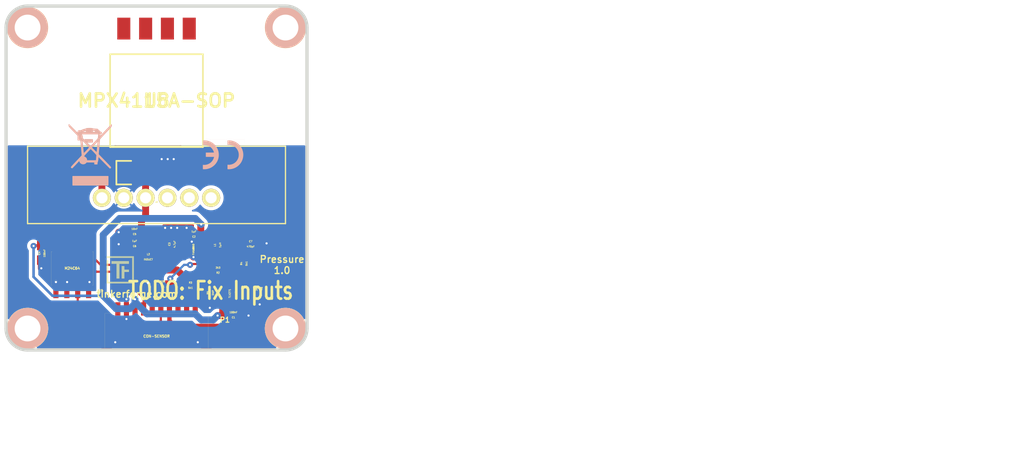
<source format=kicad_pcb>
(kicad_pcb (version 20221018) (generator pcbnew)
  (title_block (title "RGB LED Bricklet") (date "Mi 18 Nov 2015") (rev "1.0") (company "Tinkerforge GmbH") (comment 1 "Licensed under CERN OHL v.1.1") (comment 2 "Copyright (©) 2015, B.Nordmeyer <bastian@tinkerforge.com>"))
  (layers (0 "F.Cu" signal "Vorderseite") (31 "B.Cu" signal "Rückseite") (34 "B.Paste" user) (35 "F.Paste" user) (36 "B.SilkS" user "B.Silkscreen") (37 "F.SilkS" user "F.Silkscreen") (38 "B.Mask" user) (39 "F.Mask" user) (44 "Edge.Cuts" user))
  (net 0 "")
  (net 1 "GND")
  (net 2 "SCL")
  (net 3 "SDA")
  (net 4 "Net-(P1-Pad6)")
  (net 5 "Net-(P1-Pad7)")
  (net 6 "3V3")
  (net 7 "+5V")
  (net 8 "Net-(C5-Pad2)")
  (net 9 "Net-(C7-Pad2)")
  (net 10 "Net-(L1-Pad2)")
  (net 11 "Net-(P1-Pad8)")
  (net 12 "Net-(R2-Pad1)")
  (net 13 "Net-(R4-Pad2)")
  (footprint "kicad-libraries:0603E" (layer "F.Cu") (at 191 145.5)
    (fp_text reference "C1" (at 0.05 0.225) (layer "F.SilkS") (effects (font (size 0.2 0.2) (thickness 0.05))))
    (fp_text value "100nF" (at 0.05 -0.375) (layer "F.SilkS") (effects (font (size 0.2 0.2) (thickness 0.05))))
    (pad "1" smd rect (at -0.8501 0) (size 1.1 1) (layers "F.Cu" "F.Paste" "F.Mask") (net 6 "3V3"))
    (pad "2" smd rect (at 0.8501 0) (size 1.1 1) (layers "F.Cu" "F.Paste" "F.Mask") (net 1 "GND"))
  )
  (footprint "kicad-libraries:0603E" (layer "F.Cu") (at 186.4 136.1)
    (fp_text reference "C2" (at 0.05 0.225) (layer "F.SilkS") (effects (font (size 0.2 0.2) (thickness 0.05))))
    (fp_text value "1µF" (at 0.05 -0.375) (layer "F.SilkS") (effects (font (size 0.2 0.2) (thickness 0.05))))
    (pad "1" smd rect (at -0.8501 0) (size 1.1 1) (layers "F.Cu" "F.Paste" "F.Mask") (net 1 "GND"))
    (pad "2" smd rect (at 0.8501 0) (size 1.1 1) (layers "F.Cu" "F.Paste" "F.Mask") (net 6 "3V3"))
  )
  (footprint "kicad-libraries:0603E" (layer "F.Cu") (at 168.7 138.2 -90)
    (fp_text reference "C4" (at 0.05 0.225 270) (layer "F.SilkS") (effects (font (size 0.2 0.2) (thickness 0.05))))
    (fp_text value "100nF" (at 0.05 -0.375 270) (layer "F.SilkS") (effects (font (size 0.2 0.2) (thickness 0.05))))
    (pad "1" smd rect (at -0.8501 0 270) (size 1.1 1) (layers "F.Cu" "F.Paste" "F.Mask") (net 6 "3V3"))
    (pad "2" smd rect (at 0.8501 0 270) (size 1.1 1) (layers "F.Cu" "F.Paste" "F.Mask") (net 1 "GND"))
  )
  (footprint "kicad-libraries:CON-SENSOR" (layer "F.Cu") (at 182.1 149.5)
    (fp_text reference "P1" (at 7.9502 -3.50012) (layer "F.SilkS") (effects (font (size 0.59944 0.59944) (thickness 0.12446))))
    (fp_text value "CON-SENSOR" (at 0 -1.6002) (layer "F.SilkS") (effects (font (size 0.29972 0.29972) (thickness 0.07112))))
    (pad "1" smd rect (at -4.50088 -4.7752) (size 0.59944 1.5494) (layers "F.Cu" "F.Paste" "F.Mask"))
    (pad "2" smd rect (at -3.50012 -4.7752) (size 0.59944 1.5494) (layers "F.Cu" "F.Paste" "F.Mask") (net 1 "GND"))
    (pad "3" smd rect (at -2.49936 -4.7752) (size 0.59944 1.5494) (layers "F.Cu" "F.Paste" "F.Mask") (net 6 "3V3"))
    (pad "4" smd rect (at -1.50114 -4.7752) (size 0.59944 1.5494) (layers "F.Cu" "F.Paste" "F.Mask") (net 2 "SCL"))
    (pad "5" smd rect (at -0.50038 -4.7752) (size 0.59944 1.5494) (layers "F.Cu" "F.Paste" "F.Mask") (net 3 "SDA"))
    (pad "6" smd rect (at 0.50038 -4.7752) (size 0.59944 1.5494) (layers "F.Cu" "F.Paste" "F.Mask") (net 4 "Net-(P1-Pad6)"))
    (pad "7" smd rect (at 1.50114 -4.7752) (size 0.59944 1.5494) (layers "F.Cu" "F.Paste" "F.Mask") (net 5 "Net-(P1-Pad7)"))
    (pad "8" smd rect (at 2.49936 -4.7752) (size 0.59944 1.5494) (layers "F.Cu" "F.Paste" "F.Mask") (net 11 "Net-(P1-Pad8)"))
    (pad "9" smd rect (at 3.50012 -4.7752) (size 0.59944 1.5494) (layers "F.Cu" "F.Paste" "F.Mask"))
    (pad "10" smd rect (at 4.50088 -4.7752) (size 0.59944 1.5494) (layers "F.Cu" "F.Paste" "F.Mask"))
    (pad "EP" smd rect (at -5.79882 -0.89916) (size 1.19888 1.80086) (layers "F.Cu" "F.Paste" "F.Mask") (net 1 "GND"))
    (pad "EP" smd rect (at 5.79882 -0.89916) (size 1.19888 1.80086) (layers "F.Cu" "F.Paste" "F.Mask") (net 1 "GND"))
  )
  (footprint "kicad-libraries:0603E" (layer "F.Cu") (at 182.8 141.9)
    (fp_text reference "R1" (at 0.05 0.225) (layer "F.SilkS") (effects (font (size 0.2 0.2) (thickness 0.05))))
    (fp_text value "10k" (at 0.05 -0.375) (layer "F.SilkS") (effects (font (size 0.2 0.2) (thickness 0.05))))
    (pad "1" smd rect (at -0.8501 0) (size 1.1 1) (layers "F.Cu" "F.Paste" "F.Mask") (net 1 "GND"))
    (pad "2" smd rect (at 0.8501 0) (size 1.1 1) (layers "F.Cu" "F.Paste" "F.Mask") (net 11 "Net-(P1-Pad8)"))
  )
  (footprint "kicad-libraries:0603E" (layer "F.Cu") (at 189.2 140.3)
    (fp_text reference "R2" (at 0.05 0.225) (layer "F.SilkS") (effects (font (size 0.2 0.2) (thickness 0.05))))
    (fp_text value "3k3" (at 0.05 -0.375) (layer "F.SilkS") (effects (font (size 0.2 0.2) (thickness 0.05))))
    (pad "1" smd rect (at -0.8501 0) (size 1.1 1) (layers "F.Cu" "F.Paste" "F.Mask") (net 12 "Net-(R2-Pad1)"))
    (pad "2" smd rect (at 0.8501 0) (size 1.1 1) (layers "F.Cu" "F.Paste" "F.Mask") (net 5 "Net-(P1-Pad7)"))
  )
  (footprint "kicad-libraries:SOIC8" (layer "F.Cu") (at 172.3 140)
    (fp_text reference "U1" (at 3.29946 2.60096) (layer "F.SilkS") (effects (font (size 0.29972 0.29972) (thickness 0.0762))))
    (fp_text value "M24C64" (at 0 0) (layer "F.SilkS") (effects (font (size 0.29972 0.29972) (thickness 0.0762))))
    (pad "1" smd rect (at -1.90246 2.69748 180) (size 0.59944 1.5494) (layers "F.Cu" "F.Paste" "F.Mask") (net 1 "GND"))
    (pad "2" smd rect (at -0.63246 2.69748 180) (size 0.59944 1.5494) (layers "F.Cu" "F.Paste" "F.Mask") (net 1 "GND"))
    (pad "3" smd rect (at 0.63246 2.69748 180) (size 0.59944 1.5494) (layers "F.Cu" "F.Paste" "F.Mask") (net 4 "Net-(P1-Pad6)"))
    (pad "4" smd rect (at 1.90246 2.69748 180) (size 0.59944 1.5494) (layers "F.Cu" "F.Paste" "F.Mask") (net 1 "GND"))
    (pad "5" smd rect (at 1.90246 -2.69748) (size 0.59944 1.5494) (layers "F.Cu" "F.Paste" "F.Mask") (net 3 "SDA"))
    (pad "6" smd rect (at 0.63246 -2.69748) (size 0.59944 1.5494) (layers "F.Cu" "F.Paste" "F.Mask") (net 2 "SCL"))
    (pad "7" smd rect (at -0.63246 -2.69748) (size 0.59944 1.5494) (layers "F.Cu" "F.Paste" "F.Mask"))
    (pad "8" smd rect (at -1.90246 -2.69748) (size 0.59944 1.5494) (layers "F.Cu" "F.Paste" "F.Mask") (net 6 "3V3"))
  )
  (footprint "kicad-libraries:DRILL_NP" (layer "F.Cu") (at 167.1 112 -90)
    (fp_text reference "U2" hide)
    (fp_text value "DRILL" hide)
    (pad "" np_thru_hole circle (at 0 0 270) (size 2.99974 2.99974) (drill 2.99974) (layers "*.Cu" "*.Mask" "F.SilkS") (clearance 0.89916))
  )
  (footprint "kicad-libraries:DRILL_NP" (layer "F.Cu") (at 197.1 147 90)
    (fp_text reference "U3" hide)
    (fp_text value "DRILL" hide)
    (pad "" np_thru_hole circle (at 0 0 90) (size 2.99974 2.99974) (drill 2.99974) (layers "*.Cu" "*.Mask" "F.SilkS") (clearance 0.89916))
  )
  (footprint "kicad-libraries:DRILL_NP" (layer "F.Cu") (at 167.1 147 90)
    (fp_text reference "U4" hide)
    (fp_text value "DRILL" hide)
    (pad "" np_thru_hole circle (at 0 0 90) (size 2.99974 2.99974) (drill 2.99974) (layers "*.Cu" "*.Mask" "F.SilkS") (clearance 0.89916))
  )
  (footprint "kicad-libraries:DRILL_NP" (layer "F.Cu") (at 197.1 112)
    (fp_text reference "U5" hide)
    (fp_text value "DRILL" hide)
    (pad "" np_thru_hole circle (at 0 0) (size 2.99974 2.99974) (drill 2.99974) (layers "*.Cu" "*.Mask" "F.SilkS") (clearance 0.89916))
  )
  (footprint "kicad-libraries:0603E" (layer "F.Cu") (at 186.1 141.9 180)
    (fp_text reference "R3" (at 0.05 0.225 180) (layer "F.SilkS") (effects (font (size 0.2 0.2) (thickness 0.05))))
    (fp_text value "5k1" (at 0.05 -0.375 180) (layer "F.SilkS") (effects (font (size 0.2 0.2) (thickness 0.05))))
    (pad "1" smd rect (at -0.8501 0 180) (size 1.1 1) (layers "F.Cu" "F.Paste" "F.Mask") (net 12 "Net-(R2-Pad1)"))
    (pad "2" smd rect (at 0.8501 0 180) (size 1.1 1) (layers "F.Cu" "F.Paste" "F.Mask") (net 7 "+5V"))
  )
  (footprint "kicad-libraries:Logo_31x31" (layer "F.Cu") (at 176.3 138.6)
    (fp_text reference "G***" hide)
    (fp_text value "Logo_31x31" hide)
  )
  (footprint "kicad-libraries:0805E" (layer "F.Cu") (at 183.8 137.2 -90)
    (fp_text reference "C3" (at 0 0.2 270) (layer "F.SilkS") (effects (font (size 0.2 0.2) (thickness 0.05))))
    (fp_text value "4.7µF" (at 0 -0.4 270) (layer "F.SilkS") (effects (font (size 0.2 0.2) (thickness 0.05))))
    (pad "1" smd rect (at -0.95 0 270) (size 1.3 1.5) (layers "F.Cu" "F.Paste" "F.Mask") (net 1 "GND"))
    (pad "2" smd rect (at 0.95 0 270) (size 1.3 1.5) (layers "F.Cu" "F.Paste" "F.Mask") (net 7 "+5V"))
  )
  (footprint "kicad-libraries:0603E" (layer "F.Cu") (at 179.5 135.8)
    (fp_text reference "C5" (at 0.05 0.225) (layer "F.SilkS") (effects (font (size 0.2 0.2) (thickness 0.05))))
    (fp_text value "10nF" (at 0.05 -0.375) (layer "F.SilkS") (effects (font (size 0.2 0.2) (thickness 0.05))))
    (pad "1" smd rect (at -0.8501 0) (size 1.1 1) (layers "F.Cu" "F.Paste" "F.Mask") (net 1 "GND"))
    (pad "2" smd rect (at 0.8501 0) (size 1.1 1) (layers "F.Cu" "F.Paste" "F.Mask") (net 8 "Net-(C5-Pad2)"))
  )
  (footprint "kicad-libraries:0603E" (layer "F.Cu") (at 179.5 137.2)
    (fp_text reference "C6" (at 0.05 0.225) (layer "F.SilkS") (effects (font (size 0.2 0.2) (thickness 0.05))))
    (fp_text value "1µF" (at 0.05 -0.375) (layer "F.SilkS") (effects (font (size 0.2 0.2) (thickness 0.05))))
    (pad "1" smd rect (at -0.8501 0) (size 1.1 1) (layers "F.Cu" "F.Paste" "F.Mask") (net 1 "GND"))
    (pad "2" smd rect (at 0.8501 0) (size 1.1 1) (layers "F.Cu" "F.Paste" "F.Mask") (net 8 "Net-(C5-Pad2)"))
  )
  (footprint "kicad-libraries:0603E" (layer "F.Cu") (at 193.1 137.1 180)
    (fp_text reference "C7" (at 0.05 0.225 180) (layer "F.SilkS") (effects (font (size 0.2 0.2) (thickness 0.05))))
    (fp_text value "470pF" (at 0.05 -0.375 180) (layer "F.SilkS") (effects (font (size 0.2 0.2) (thickness 0.05))))
    (pad "1" smd rect (at -0.8501 0 180) (size 1.1 1) (layers "F.Cu" "F.Paste" "F.Mask") (net 1 "GND"))
    (pad "2" smd rect (at 0.8501 0 180) (size 1.1 1) (layers "F.Cu" "F.Paste" "F.Mask") (net 9 "Net-(C7-Pad2)"))
  )
  (footprint "kicad-libraries:0805E" (layer "F.Cu") (at 189.1 137.3 -90)
    (fp_text reference "L1" (at 0 0.2 270) (layer "F.SilkS") (effects (font (size 0.2 0.2) (thickness 0.05))))
    (fp_text value "1µH" (at 0 -0.4 270) (layer "F.SilkS") (effects (font (size 0.2 0.2) (thickness 0.05))))
    (pad "1" smd rect (at -0.95 0 270) (size 1.3 1.5) (layers "F.Cu" "F.Paste" "F.Mask") (net 6 "3V3") (clearance 0.14986))
    (pad "2" smd rect (at 0.95 0 270) (size 1.3 1.5) (layers "F.Cu" "F.Paste" "F.Mask") (net 10 "Net-(L1-Pad2)") (clearance 0.14986))
  )
  (footprint "kicad-libraries:0603E" (layer "F.Cu") (at 181.2 138.6 180)
    (fp_text reference "L2" (at 0.05 0.225 180) (layer "F.SilkS") (effects (font (size 0.2 0.2) (thickness 0.05))))
    (fp_text value "INDUCT" (at 0.05 -0.375 180) (layer "F.SilkS") (effects (font (size 0.2 0.2) (thickness 0.05))))
    (pad "1" smd rect (at -0.8501 0 180) (size 1.1 1) (layers "F.Cu" "F.Paste" "F.Mask") (net 7 "+5V"))
    (pad "2" smd rect (at 0.8501 0 180) (size 1.1 1) (layers "F.Cu" "F.Paste" "F.Mask") (net 8 "Net-(C5-Pad2)"))
  )
  (footprint "kicad-libraries:0603E" (layer "F.Cu") (at 192.2 139.4 -90)
    (fp_text reference "R4" (at 0.05 0.225 270) (layer "F.SilkS") (effects (font (size 0.2 0.2) (thickness 0.05))))
    (fp_text value "5k1" (at 0.05 -0.375 270) (layer "F.SilkS") (effects (font (size 0.2 0.2) (thickness 0.05))))
    (pad "1" smd rect (at -0.8501 0 270) (size 1.1 1) (layers "F.Cu" "F.Paste" "F.Mask") (net 9 "Net-(C7-Pad2)"))
    (pad "2" smd rect (at 0.8501 0 270) (size 1.1 1) (layers "F.Cu" "F.Paste" "F.Mask") (net 13 "Net-(R4-Pad2)"))
  )
  (footprint "kicad-libraries:0603E" (layer "F.Cu") (at 188.3 142.8 -90)
    (fp_text reference "R5" (at 0.05 0.225 270) (layer "F.SilkS") (effects (font (size 0.2 0.2) (thickness 0.05))))
    (fp_text value "DNP" (at 0.05 -0.375 270) (layer "F.SilkS") (effects (font (size 0.2 0.2) (thickness 0.05))))
    (pad "1" smd rect (at -0.8501 0 270) (size 1.1 1) (layers "F.Cu" "F.Paste" "F.Mask") (net 12 "Net-(R2-Pad1)"))
    (pad "2" smd rect (at 0.8501 0 270) (size 1.1 1) (layers "F.Cu" "F.Paste" "F.Mask") (net 1 "GND"))
  )
  (footprint "kicad-libraries:0603E" (layer "F.Cu") (at 194.1 142.4 90)
    (fp_text reference "R6" (at 0.05 0.225 90) (layer "F.SilkS") (effects (font (size 0.2 0.2) (thickness 0.05))))
    (fp_text value "3k3" (at 0.05 -0.375 90) (layer "F.SilkS") (effects (font (size 0.2 0.2) (thickness 0.05))))
    (pad "1" smd rect (at -0.8501 0 90) (size 1.1 1) (layers "F.Cu" "F.Paste" "F.Mask") (net 1 "GND"))
    (pad "2" smd rect (at 0.8501 0 90) (size 1.1 1) (layers "F.Cu" "F.Paste" "F.Mask") (net 13 "Net-(R4-Pad2)"))
  )
  (footprint "kicad-libraries:UMLP_22" (layer "F.Cu") (at 186.4 137.8 90)
    (fp_text reference "U6" (at 0 0 90) (layer "F.SilkS") (effects (font (size 0.2 0.2) (thickness 0.05))))
    (fp_text value "FAN4860" (at 0 0 90) (layer "F.SilkS") (effects (font (size 0.2 0.2) (thickness 0.05))))
    (pad "1" smd rect (at 0.65 -1.05 90) (size 0.25 0.8) (layers "F.Cu" "F.Paste" "F.Mask") (net 1 "GND"))
    (pad "2" smd rect (at 0 -1.05 90) (size 0.25 0.8) (layers "F.Cu" "F.Paste" "F.Mask") (net 7 "+5V"))
    (pad "3" smd rect (at -0.65 -1.05 90) (size 0.25 0.8) (layers "F.Cu" "F.Paste" "F.Mask") (net 7 "+5V"))
    (pad "4" smd rect (at -0.65 1.05 90) (size 0.25 0.8) (layers "F.Cu" "F.Paste" "F.Mask") (net 11 "Net-(P1-Pad8)"))
    (pad "5" smd rect (at 0 1.05 90) (size 0.25 0.8) (layers "F.Cu" "F.Paste" "F.Mask") (net 10 "Net-(L1-Pad2)"))
    (pad "6" smd rect (at 0.65 1.05 90) (size 0.25 0.8) (layers "F.Cu" "F.Paste" "F.Mask") (net 6 "3V3"))
    (pad "EP" smd rect (at 0 0 90) (size 1.45 0.8) (layers "F.Cu" "F.Paste" "F.Mask") (net 1 "GND"))
  )
  (footprint "kicad-libraries:SOT23-5" (layer "F.Cu") (at 191 142.9 90)
    (fp_text reference "U7" (at 0 0.35052 90) (layer "F.SilkS") (effects (font (size 0.2 0.2) (thickness 0.05))))
    (fp_text value "TLV271" (at -0.03 -0.38 90) (layer "F.SilkS") (effects (font (size 0.2 0.2) (thickness 0.05))))
    (pad "1" smd rect (at -0.94996 1.19888 90) (size 0.50038 0.8001) (layers "F.Cu" "F.Paste" "F.Mask") (net 5 "Net-(P1-Pad7)"))
    (pad "2" smd rect (at 0 1.19888 90) (size 0.50038 0.8001) (layers "F.Cu" "F.Paste" "F.Mask") (net 1 "GND"))
    (pad "3" smd rect (at 0.94996 1.19888 90) (size 0.50038 0.8001) (layers "F.Cu" "F.Paste" "F.Mask") (net 13 "Net-(R4-Pad2)"))
    (pad "4" smd rect (at 0.94996 -1.19888 90) (size 0.50038 0.8001) (layers "F.Cu" "F.Paste" "F.Mask") (net 12 "Net-(R2-Pad1)"))
    (pad "5" smd rect (at -0.94996 -1.19888 90) (size 0.50038 0.8001) (layers "F.Cu" "F.Paste" "F.Mask") (net 6 "3V3"))
  )
  (footprint "kicad-libraries:SOP8" (layer "F.Cu") (at 182.1 120.5)
    (fp_text reference "U8" (at 0 0) (layer "F.SilkS") (effects (font (size 1.524 1.524) (thickness 0.3048))))
    (fp_text value "MPX4115A-SOP" (at 0 0) (layer "F.SilkS") (effects (font (size 1.524 1.524) (thickness 0.3048))))
    (pad "1" smd rect (at -3.80746 8.37946 180) (size 1.51892 2.53746) (layers "F.Cu" "F.Paste" "F.Mask"))
    (pad "2" smd rect (at -1.26746 8.37946 180) (size 1.51892 2.53746) (layers "F.Cu" "F.Paste" "F.Mask") (net 8 "Net-(C5-Pad2)"))
    (pad "3" smd rect (at 1.26746 8.37946 180) (size 1.51892 2.53746) (layers "F.Cu" "F.Paste" "F.Mask") (net 1 "GND"))
    (pad "4" smd rect (at 3.80746 8.37946 180) (size 1.51892 2.53746) (layers "F.Cu" "F.Paste" "F.Mask") (net 9 "Net-(C7-Pad2)"))
    (pad "5" smd rect (at 3.80746 -8.37946) (size 1.51892 2.53746) (layers "F.Cu" "F.Paste" "F.Mask"))
    (pad "6" smd rect (at 1.26746 -8.37946) (size 1.51892 2.53746) (layers "F.Cu" "F.Paste" "F.Mask"))
    (pad "7" smd rect (at -1.26746 -8.37946) (size 1.51892 2.53746) (layers "F.Cu" "F.Paste" "F.Mask"))
    (pad "8" smd rect (at -3.80746 -8.37946) (size 1.51892 2.53746) (layers "F.Cu" "F.Paste" "F.Mask"))
  )
  (footprint "kicad-libraries:MPX_UNI" (layer "F.Cu") (at 182.1 131.8)
    (fp_text reference "U9" (at 0 0.5) (layer "F.SilkS") (effects (font (size 0.15 0.15) (thickness 0.0375))))
    (fp_text value "MPX_UNI")
    (pad "1" thru_hole circle (at -6.35 0) (size 2.1 2.1) (drill 1.3) (layers "*.Cu" "*.Mask" "F.SilkS") (net 9 "Net-(C7-Pad2)"))
    (pad "2" thru_hole circle (at -3.81 0) (size 2.1 2.1) (drill 1.3) (layers "*.Cu" "*.Mask" "F.SilkS") (net 1 "GND"))
    (pad "3" thru_hole circle (at -1.27 0) (size 2.1 2.1) (drill 1.3) (layers "*.Cu" "*.Mask" "F.SilkS") (net 8 "Net-(C5-Pad2)"))
    (pad "4" thru_hole circle (at 1.27 0) (size 2.1 2.1) (drill 1.3) (layers "*.Cu" "*.Mask" "F.SilkS"))
    (pad "5" thru_hole circle (at 3.81 0) (size 2.1 2.1) (drill 1.3) (layers "*.Cu" "*.Mask" "F.SilkS"))
    (pad "6" thru_hole circle (at 6.35 0) (size 2.1 2.1) (drill 1.3) (layers "*.Cu" "*.Mask" "F.SilkS"))
  )
  (footprint "kicad-libraries:WEEE_7mm" (layer "B.Cu") (at 174.4 126.8 180)
    (fp_text reference "G***" hide)
    (fp_text value "LOGO" hide)
  )
  (footprint "kicad-libraries:CE_5mm" (layer "B.Cu") (at 189.8 126.8 180)
    (fp_text reference "VAL" hide)
    (fp_text value "CE_5mm" hide)
  )
  (gr_line (start 199.6 147) (end 199.6 112) (stroke (width 0.381)) (layer "Edge.Cuts"))
  (gr_arc (start 167.1 149.5) (mid 165.332233 148.767767) (end 164.6 147) (stroke (width 0.381)) (layer "Edge.Cuts"))
  (gr_arc (start 164.6 112) (mid 165.332233 110.232233) (end 167.1 109.5) (stroke (width 0.381)) (layer "Edge.Cuts"))
  (gr_arc (start 197.1 109.5) (mid 198.867767 110.232233) (end 199.6 112) (stroke (width 0.381)) (layer "Edge.Cuts"))
  (gr_line (start 167.1 149.5) (end 197.1 149.5) (stroke (width 0.381)) (layer "Edge.Cuts"))
  (gr_line (start 197.1 109.5) (end 167.1 109.5) (stroke (width 0.381)) (layer "Edge.Cuts"))
  (gr_line (start 164.6 112) (end 164.6 147) (stroke (width 0.381)) (layer "Edge.Cuts"))
  (gr_arc (start 199.6 147) (mid 198.867767 148.767767) (end 197.1 149.5) (stroke (width 0.381)) (layer "Edge.Cuts"))
  (gr_text "Pressure\n1.0" (at 196.7 139.6) (layer "F.SilkS") (effects (font (size 0.8001 0.8001) (thickness 0.14986))))
  (gr_text "tinkerforge.com" (at 179.8 143) (layer "F.SilkS") (effects (font (size 0.8001 0.8001) (thickness 0.14986))))
  (gr_text "TODO: Fix Inputs" (at 188.4 142.6) (layer "F.SilkS") (effects (font (size 2.032 1.524) (thickness 0.3048))))
  (segment (start 193 142.9) (end 193.3 142.9) (width 0.5) (layer "F.Cu") (net 1))
  (segment (start 193.7499 142.9) (end 194.1 143.2501) (width 0.8001) (layer "F.Cu") (net 1))
  (segment (start 183.36746 127.33254) (end 183.4 127.3) (width 0.8001) (layer "F.Cu") (net 1))
  (segment (start 193.2 142.9) (end 193.7499 142.9) (width 0.8001) (layer "F.Cu") (net 1))
  (segment (start 178.59988 145.89988) (end 178.6 145.9) (width 0.5) (layer "F.Cu") (net 1))
  (segment (start 178.59988 143.60012) (end 178.6 143.6) (width 0.5) (layer "F.Cu") (net 1))
  (segment (start 170.39754 141.60246) (end 170.4 141.6) (width 0.5) (layer "F.Cu") (net 1))
  (segment (start 171.66754 141.63246) (end 171.7 141.6) (width 0.5) (layer "F.Cu") (net 1))
  (segment (start 174.20246 141.69754) (end 174.3 141.6) (width 0.5) (layer "F.Cu") (net 1))
  (segment (start 181.3 141.9) (end 181.1 141.7) (width 0.8001) (layer "F.Cu") (net 1))
  (segment (start 183.1 135.3) (end 183.8 136) (width 0.8001) (layer "F.Cu") (net 1))
  (segment (start 185.5499 135.3501) (end 185.6 135.3) (width 0.8001) (layer "F.Cu") (net 1))
  (segment (start 186.4 137.1) (end 186.2 136.9) (width 0.8001) (layer "F.Cu") (net 1))
  (segment (start 177.29916 148.60084) (end 177.3 148.6) (width 0.8001) (layer "F.Cu") (net 1))
  (segment (start 186.90084 148.60084) (end 186.9 148.6) (width 0.8001) (layer "F.Cu") (net 1))
  (segment (start 170.39754 142.69748) (end 170.39754 141.60246) (width 0.5) (layer "F.Cu") (net 1))
  (segment (start 178.59988 144.7248) (end 178.59988 143.60012) (width 0.5) (layer "F.Cu") (net 1))
  (segment (start 181.9499 141.9) (end 181.3 141.9) (width 0.8001) (layer "F.Cu") (net 1))
  (segment (start 174.20246 142.69748) (end 174.20246 141.69754) (width 0.5) (layer "F.Cu") (net 1))
  (segment (start 171.66754 142.69748) (end 171.66754 141.63246) (width 0.5) (layer "F.Cu") (net 1))
  (segment (start 183.8 136.25) (end 183.8 136) (width 0.8001) (layer "F.Cu") (net 1))
  (segment (start 183.8 135.3) (end 183.1 135.3) (width 0.8001) (layer "F.Cu") (net 1))
  (segment (start 178.59988 144.7248) (end 178.59988 145.89988) (width 0.5) (layer "F.Cu") (net 1))
  (segment (start 168.7 139.0501) (end 168.7 140) (width 0.8001) (layer "F.Cu") (net 1))
  (segment (start 191.8501 145.5) (end 192.8 145.5) (width 0.8001) (layer "F.Cu") (net 1))
  (segment (start 183.8 135.3) (end 183.8 136.25) (width 0.8001) (layer "F.Cu") (net 1))
  (segment (start 188.3 143.6501) (end 188.3 144.6) (width 0.8001) (layer "F.Cu") (net 1))
  (segment (start 192.19888 142.9) (end 192.8 142.9) (width 0.45) (layer "F.Cu") (net 1))
  (segment (start 183.36746 127.33254) (end 183.36746 128.87946) (width 0.8001) (layer "F.Cu") (net 1))
  (segment (start 183.4 127.3) (end 182.7 127.3) (width 0.8001) (layer "F.Cu") (net 1))
  (segment (start 192.19888 142.9) (end 193 142.9) (width 0.5) (layer "F.Cu") (net 1))
  (segment (start 176.30118 148.60084) (end 177.29916 148.60084) (width 0.8001) (layer "F.Cu") (net 1))
  (segment (start 184.5 135.3) (end 183.8 135.3) (width 0.8001) (layer "F.Cu") (net 1))
  (segment (start 194.1 143.2501) (end 194.1 144.2) (width 0.8001) (layer "F.Cu") (net 1))
  (segment (start 186.4 137.8) (end 186.4 138.7) (width 0.8001) (layer "F.Cu") (net 1))
  (segment (start 184.1 127.3) (end 183.4 127.3) (width 0.8001) (layer "F.Cu") (net 1))
  (segment (start 187.89882 148.60084) (end 186.90084 148.60084) (width 0.8001) (layer "F.Cu") (net 1))
  (segment (start 186.4 137.8) (end 186.4 137.1) (width 0.8001) (layer "F.Cu") (net 1))
  (segment (start 178.6499 137.2) (end 177.7 137.2) (width 0.8001) (layer "F.Cu") (net 1))
  (segment (start 193.2 142.9) (end 193 142.9) (width 0.8001) (layer "F.Cu") (net 1))
  (segment (start 185.5499 136.1) (end 185.5499 135.3501) (width 0.8001) (layer "F.Cu") (net 1))
  (segment (start 178.6499 135.8) (end 177.7 135.8) (width 0.8001) (layer "F.Cu") (net 1))
  (segment (start 193.9501 137.1) (end 194.9 137.1) (width 0.8001) (layer "F.Cu") (net 1))
  (via (at 194.9 137.1) (size 0.70104) (drill 0.24892) (layers "F.Cu" "B.Cu") (net 1))
  (via (at 185.6 135.3) (size 0.70104) (drill 0.24892) (layers "F.Cu" "B.Cu") (net 1))
  (via (at 177.7 135.8) (size 0.70104) (drill 0.24892) (layers "F.Cu" "B.Cu") (net 1))
  (via (at 184.1 127.3) (size 0.70104) (drill 0.24892) (layers "F.Cu" "B.Cu") (net 1))
  (via (at 181.1 141.7) (size 0.70104) (drill 0.24892) (layers "F.Cu" "B.Cu") (net 1))
  (via (at 186.9 148.6) (size 0.70104) (drill 0.24892) (layers "F.Cu" "B.Cu") (net 1))
  (via (at 178.6 143.6) (size 0.70104) (drill 0.24892) (layers "F.Cu" "B.Cu") (net 1))
  (via (at 188.3 144.6) (size 0.70104) (drill 0.24892) (layers "F.Cu" "B.Cu") (net 1))
  (via (at 177.3 148.6) (size 0.70104) (drill 0.24892) (layers "F.Cu" "B.Cu") (net 1))
  (via (at 183.1 135.3) (size 0.70104) (drill 0.24892) (layers "F.Cu" "B.Cu") (net 1))
  (via (at 177.7 137.2) (size 0.70104) (drill 0.24892) (layers "F.Cu" "B.Cu") (net 1))
  (via (at 184.5 135.3) (size 0.70104) (drill 0.24892) (layers "F.Cu" "B.Cu") (net 1))
  (via (at 194.1 144.2) (size 0.70104) (drill 0.24892) (layers "F.Cu" "B.Cu") (net 1))
  (via (at 171.7 141.6) (size 0.70104) (drill 0.24892) (layers "F.Cu" "B.Cu") (net 1))
  (via (at 192.8 145.5) (size 0.70104) (drill 0.24892) (layers "F.Cu" "B.Cu") (net 1))
  (via (at 178.6 145.9) (size 0.70104) (drill 0.24892) (layers "F.Cu" "B.Cu") (net 1))
  (via (at 183.4 127.3) (size 0.70104) (drill 0.24892) (layers "F.Cu" "B.Cu") (net 1))
  (via (at 170.4 141.6) (size 0.70104) (drill 0.24892) (layers "F.Cu" "B.Cu") (net 1))
  (via (at 174.3 141.6) (size 0.70104) (drill 0.24892) (layers "F.Cu" "B.Cu") (net 1))
  (via (at 186.2 136.9) (size 0.70104) (drill 0.24892) (layers "F.Cu" "B.Cu") (net 1))
  (via (at 186.4 138.7) (size 0.70104) (drill 0.24892) (layers "F.Cu" "B.Cu") (net 1))
  (via (at 168.7 140) (size 0.70104) (drill 0.24892) (layers "F.Cu" "B.Cu") (net 1))
  (via (at 182.7 127.3) (size 0.70104) (drill 0.24892) (layers "F.Cu" "B.Cu") (net 1))
  (via (at 183.8 135.3) (size 0.70104) (drill 0.24892) (layers "F.Cu" "B.Cu") (net 1))
  (segment (start 180.59886 143.49886) (end 177.5 140.4) (width 0.25) (layer "F.Cu") (net 2))
  (segment (start 177.5 140.4) (end 175.1 140.4) (width 0.25) (layer "F.Cu") (net 2))
  (segment (start 175.1 140.4) (end 172.93246 138.23246) (width 0.25) (layer "F.Cu") (net 2))
  (segment (start 172.93246 138.23246) (end 172.93246 137.30252) (width 0.25) (layer "F.Cu") (net 2))
  (segment (start 180.59886 144.7248) (end 180.59886 143.49886) (width 0.25) (layer "F.Cu") (net 2))
  (segment (start 174.20246 138.20246) (end 175.6 139.6) (width 0.25) (layer "F.Cu") (net 3))
  (segment (start 175.6 139.6) (end 177.8 139.6) (width 0.25) (layer "F.Cu") (net 3))
  (segment (start 177.8 139.6) (end 181.59962 143.39962) (width 0.25) (layer "F.Cu") (net 3))
  (segment (start 181.59962 143.39962) (end 181.59962 144.7248) (width 0.25) (layer "F.Cu") (net 3))
  (segment (start 174.20246 137.30252) (end 174.20246 138.20246) (width 0.25) (layer "F.Cu") (net 3))
  (segment (start 182.60038 146.09962) (end 182 146.7) (width 0.25) (layer "F.Cu") (net 4))
  (segment (start 182 146.7) (end 175.2 146.7) (width 0.25) (layer "F.Cu") (net 4))
  (segment (start 175.2 146.7) (end 172.93246 144.43246) (width 0.25) (layer "F.Cu") (net 4))
  (segment (start 172.93246 144.43246) (end 172.93246 142.69748) (width 0.25) (layer "F.Cu") (net 4))
  (segment (start 182.60038 144.7248) (end 182.60038 146.09962) (width 0.25) (layer "F.Cu") (net 4))
  (segment (start 190.7 140.3) (end 191 140.6) (width 0.8001) (layer "F.Cu") (net 5))
  (segment (start 191 140.6) (end 191 143.3) (width 0.8001) (layer "F.Cu") (net 5))
  (segment (start 191 143.3) (end 191.5 143.8) (width 0.8001) (layer "F.Cu") (net 5))
  (segment (start 191.54996 143.84996) (end 191.5 143.8) (width 0.45) (layer "F.Cu") (net 5))
  (segment (start 183.60114 146.10114) (end 184.2 146.7) (width 0.5) (layer "F.Cu") (net 5))
  (segment (start 184.2 146.7) (end 193.3 146.7) (width 0.5) (layer "F.Cu") (net 5))
  (segment (start 193.3 146.7) (end 193.9 146.1) (width 0.5) (layer "F.Cu") (net 5))
  (segment (start 193.9 146.1) (end 193.9 145.3) (width 0.5) (layer "F.Cu") (net 5))
  (segment (start 193.9 145.3) (end 193 144.4) (width 0.5) (layer "F.Cu") (net 5))
  (segment (start 193 144.4) (end 193 144.2) (width 0.5) (layer "F.Cu") (net 5))
  (segment (start 193 144.2) (end 192.64996 143.84996) (width 0.5) (layer "F.Cu") (net 5))
  (segment (start 192.64996 143.84996) (end 192.19888 143.84996) (width 0.5) (layer "F.Cu") (net 5))
  (segment (start 192.19888 143.84996) (end 191.54996 143.84996) (width 0.45) (layer "F.Cu") (net 5))
  (segment (start 183.60114 144.7248) (end 183.60114 146.10114) (width 0.5) (layer "F.Cu") (net 5))
  (segment (start 190.7 140.3) (end 190.0501 140.3) (width 0.8001) (layer "F.Cu") (net 5))
  (segment (start 189.80112 144.40112) (end 189.9 144.5) (width 0.25) (layer "F.Cu") (net 6))
  (segment (start 189.80112 144.2) (end 189.80112 144.40112) (width 0.25) (layer "F.Cu") (net 6))
  (segment (start 189.80112 145.15122) (end 190.1499 145.5) (width 0.8001) (layer "F.Cu") (net 6))
  (segment (start 179.60064 143.60064) (end 179.6 143.6) (width 0.5) (layer "F.Cu") (net 6))
  (segment (start 187.2501 134.9499) (end 187.3 134.9) (width 0.8001) (layer "F.Cu") (net 6))
  (segment (start 167.8 137.4) (end 167.8501 137.3499) (width 0.29972) (layer "F.Cu") (net 6))
  (segment (start 167.8501 137.3499) (end 168.7 137.3499) (width 0.29972) (layer "F.Cu") (net 6))
  (segment (start 170.35016 137.3499) (end 170.39754 137.30252) (width 0.29972) (layer "F.Cu") (net 6))
  (segment (start 187.2501 134.9499) (end 187.2501 136.1) (width 0.8001) (layer "F.Cu") (net 6))
  (segment (start 168.7 137.3499) (end 170.35016 137.3499) (width 0.29972) (layer "F.Cu") (net 6))
  (segment (start 189.2 145.5) (end 190.1499 145.5) (width 0.8001) (layer "F.Cu") (net 6))
  (segment (start 189.80112 144.2) (end 189.80112 145.15122) (width 0.8001) (layer "F.Cu") (net 6))
  (segment (start 189.80112 143.84996) (end 189.80112 144.2) (width 0.25) (layer "F.Cu") (net 6))
  (segment (start 179.60064 144.7248) (end 179.60064 143.60064) (width 0.5) (layer "F.Cu") (net 6))
  (via (at 189.2 145.5) (size 0.70104) (drill 0.24892) (layers "F.Cu" "B.Cu") (net 6))
  (via (at 187.3 134.9) (size 0.70104) (drill 0.24892) (layers "F.Cu" "B.Cu") (net 6))
  (via (at 179.6 143.6) (size 0.70104) (drill 0.24892) (layers "F.Cu" "B.Cu") (net 6))
  (via (at 167.8 137.4) (size 0.70104) (drill 0.24892) (layers "F.Cu" "B.Cu") (net 6))
  (segment (start 179.6 144.1) (end 179 144.7) (width 0.8001) (layer "B.Cu") (net 6))
  (segment (start 179 144.7) (end 177.4 144.7) (width 0.8001) (layer "B.Cu") (net 6))
  (segment (start 177.4 144.7) (end 175.9 143.2) (width 0.8001) (layer "B.Cu") (net 6))
  (segment (start 175.9 143.2) (end 175.9 136.1) (width 0.8001) (layer "B.Cu") (net 6))
  (segment (start 175.9 136.1) (end 177.8 134.2) (width 0.8001) (layer "B.Cu") (net 6))
  (segment (start 177.8 134.2) (end 186.6 134.2) (width 0.8001) (layer "B.Cu") (net 6))
  (segment (start 186.6 134.2) (end 187.3 134.9) (width 0.8001) (layer "B.Cu") (net 6))
  (segment (start 170 143.2) (end 167.8 141) (width 0.29972) (layer "B.Cu") (net 6))
  (segment (start 167.8 141) (end 167.8 137.4) (width 0.29972) (layer "B.Cu") (net 6))
  (segment (start 179.6 143.9) (end 179.6 144.1) (width 0.8001) (layer "B.Cu") (net 6))
  (segment (start 181 145.3) (end 186.6 145.3) (width 0.8001) (layer "B.Cu") (net 6))
  (segment (start 186.6 145.3) (end 187.3 146) (width 0.8001) (layer "B.Cu") (net 6))
  (segment (start 187.3 146) (end 188.7 146) (width 0.8001) (layer "B.Cu") (net 6))
  (segment (start 188.7 146) (end 189.2 145.5) (width 0.8001) (layer "B.Cu") (net 6))
  (segment (start 175.9 143.2) (end 170 143.2) (width 0.29972) (layer "B.Cu") (net 6))
  (segment (start 179.6 143.6) (end 179.6 143.9) (width 0.8001) (layer "B.Cu") (net 6))
  (segment (start 179.6 143.9) (end 181 145.3) (width 0.8001) (layer "B.Cu") (net 6))
  (segment (start 182.2 138.6) (end 182.65 138.15) (width 0.8001) (layer "F.Cu") (net 7))
  (segment (start 182.65 138.15) (end 183.8 138.15) (width 0.8001) (layer "F.Cu") (net 7))
  (segment (start 182.0501 139.4501) (end 182.8 140.2) (width 0.8001) (layer "F.Cu") (net 7))
  (segment (start 182.8 140.2) (end 184.5 140.2) (width 0.8001) (layer "F.Cu") (net 7))
  (segment (start 184.5 140.2) (end 185.2499 140.9499) (width 0.8001) (layer "F.Cu") (net 7))
  (segment (start 185.2499 140.9499) (end 185.2499 141.9) (width 0.8001) (layer "F.Cu") (net 7))
  (segment (start 182.0501 138.6) (end 182.2 138.6) (width 0.8001) (layer "F.Cu") (net 7))
  (segment (start 182.0501 138.6) (end 182.0501 139.4501) (width 0.8001) (layer "F.Cu") (net 7))
  (segment (start 180.83 128.882) (end 180.83254 128.87946) (width 0.8001) (layer "F.Cu") (net 8))
  (segment (start 180.3501 134.4499) (end 180.83 133.97) (width 0.8001) (layer "F.Cu") (net 8))
  (segment (start 180.83 133.97) (end 180.83 131.8) (width 0.8001) (layer "F.Cu") (net 8))
  (segment (start 180.3499 137.2002) (end 180.3501 137.2) (width 0.8001) (layer "F.Cu") (net 8))
  (segment (start 180.3501 137.2) (end 180.3501 135.8) (width 0.8001) (layer "F.Cu") (net 8))
  (segment (start 180.3501 135.8) (end 180.3501 134.4499) (width 0.8001) (layer "F.Cu") (net 8))
  (segment (start 180.83 131.8) (end 180.83 128.882) (width 0.8001) (layer "F.Cu") (net 8))
  (segment (start 180.3499 138.6) (end 180.3499 137.2002) (width 0.8001) (layer "F.Cu") (net 8))
  (segment (start 189.87946 128.87946) (end 192.2499 131.2499) (width 0.8001) (layer "F.Cu") (net 9))
  (segment (start 192.2499 131.2499) (end 192.2499 137.1) (width 0.8001) (layer "F.Cu") (net 9))
  (segment (start 185.90746 127.10746) (end 184.9 126.1) (width 0.8001) (layer "F.Cu") (net 9))
  (segment (start 184.9 126.1) (end 177.3 126.1) (width 0.8001) (layer "F.Cu") (net 9))
  (segment (start 177.3 126.1) (end 175.75 127.65) (width 0.8001) (layer "F.Cu") (net 9))
  (segment (start 175.75 127.65) (end 175.75 131.8) (width 0.8001) (layer "F.Cu") (net 9))
  (segment (start 192.2 137.1499) (end 192.2499 137.1) (width 0.8001) (layer "F.Cu") (net 9))
  (segment (start 185.90746 128.87946) (end 189.87946 128.87946) (width 0.8001) (layer "F.Cu") (net 9))
  (segment (start 192.2 138.5499) (end 192.2 137.1499) (width 0.8001) (layer "F.Cu") (net 9))
  (segment (start 185.90746 128.87946) (end 185.90746 127.10746) (width 0.8001) (layer "F.Cu") (net 9))
  (segment (start 188.65 137.8) (end 189.1 138.25) (width 0.5) (layer "F.Cu") (net 10))
  (segment (start 188.65 137.8) (end 188.2 137.8) (width 0.5) (layer "F.Cu") (net 10))
  (segment (start 188.2 137.8) (end 187.45 137.8) (width 0.29972) (layer "F.Cu") (net 10))
  (segment (start 184.59936 143.79936) (end 183.6501 142.8501) (width 0.25) (layer "F.Cu") (net 11))
  (segment (start 183.6501 142.8501) (end 183.6501 141.9) (width 0.25) (layer "F.Cu") (net 11))
  (segment (start 183.6501 141.2499) (end 183.7 141.2) (width 0.25) (layer "F.Cu") (net 11))
  (segment (start 186 139.6) (end 186.1 139.5) (width 0.25) (layer "F.Cu") (net 11))
  (segment (start 186.1 139.5) (end 187.1 139.5) (width 0.25) (layer "F.Cu") (net 11))
  (segment (start 187.1 139.5) (end 187.45 139.15) (width 0.25) (layer "F.Cu") (net 11))
  (segment (start 187.45 139.15) (end 187.45 138.45) (width 0.25) (layer "F.Cu") (net 11))
  (segment (start 183.6501 141.9) (end 183.6501 141.2499) (width 0.25) (layer "F.Cu") (net 11))
  (segment (start 184.59936 144.7248) (end 184.59936 143.79936) (width 0.25) (layer "F.Cu") (net 11))
  (via (at 186 139.6) (size 0.70104) (drill 0.24892) (layers "F.Cu" "B.Cu") (net 11))
  (via (at 183.7 141.2) (size 0.70104) (drill 0.24892) (layers "F.Cu" "B.Cu") (net 11))
  (segment (start 183.7 141.2) (end 185.3 139.6) (width 0.25) (layer "B.Cu") (net 11))
  (segment (start 185.3 139.6) (end 186 139.6) (width 0.25) (layer "B.Cu") (net 11))
  (segment (start 188.2501 141.9) (end 188.3 141.9499) (width 0.8001) (layer "F.Cu") (net 12))
  (segment (start 189.15004 141.95004) (end 189.1 141.9) (width 0.29972) (layer "F.Cu") (net 12))
  (segment (start 188.30014 141.95004) (end 188.3 141.9499) (width 0.8001) (layer "F.Cu") (net 12))
  (segment (start 188.3 140.3499) (end 188.3499 140.3) (width 0.8001) (layer "F.Cu") (net 12))
  (segment (start 189.15004 141.95004) (end 188.30014 141.95004) (width 0.8001) (layer "F.Cu") (net 12))
  (segment (start 189.80112 141.95004) (end 189.15004 141.95004) (width 0.29972) (layer "F.Cu") (net 12))
  (segment (start 186.9501 141.9) (end 188.2501 141.9) (width 0.8001) (layer "F.Cu") (net 12))
  (segment (start 188.3 141.9499) (end 188.3 140.3499) (width 0.8001) (layer "F.Cu") (net 12))
  (segment (start 192.94996 141.95004) (end 193.15 141.75) (width 0.5) (layer "F.Cu") (net 13))
  (segment (start 193.15 141.75) (end 193.2 141.7) (width 0.5) (layer "F.Cu") (net 13))
  (segment (start 193.8999 141.75) (end 194.1 141.5499) (width 0.8001) (layer "F.Cu") (net 13))
  (segment (start 192.2 141.94892) (end 192.19888 141.95004) (width 0.5) (layer "F.Cu") (net 13))
  (segment (start 193.15 141.75) (end 193.8999 141.75) (width 0.8001) (layer "F.Cu") (net 13))
  (segment (start 192.2 140.2501) (end 192.2 141.94892) (width 0.5) (layer "F.Cu") (net 13))
  (segment (start 192.19888 141.95004) (end 192.94996 141.95004) (width 0.5) (layer "F.Cu") (net 13))
  (zone (net 1) (net_name "GND") (layer "F.Cu") (connect_pads yes (clearance 0.4)) (min_thickness 0.2) (fill yes (thermal_gap 0.21) (thermal_bridge_width 0.21))
    (polygon (pts (xy 182.8 134.9) (xy 182.8 137.3) (xy 186.5 137.3) (xy 186.5 134.9)))
  )
  (zone (net 7) (net_name "+5V") (layer "F.Cu") (connect_pads yes (clearance 0.4)) (min_thickness 0.2) (fill yes (thermal_gap 0.21) (thermal_bridge_width 0.21))
    (polygon (pts (xy 185.8 137.7) (xy 185.8 138.8) (xy 183 138.8) (xy 182.9 137.7)))
  )
  (zone (net 6) (net_name "3V3") (layer "F.Cu") (connect_pads yes (clearance 0.4)) (min_thickness 0.2) (fill yes (thermal_gap 0.21) (thermal_bridge_width 0.21))
    (polygon (pts (xy 187.1 136) (xy 187.1 137.3) (xy 189.9 137.3) (xy 189.9 136)))
  )
  (zone (net 13) (net_name "Net-(R4-Pad2)") (layer "F.Cu") (connect_pads yes (clearance 0.4)) (min_thickness 0.2) (fill yes (thermal_gap 0.21) (thermal_bridge_width 0.21))
    (polygon (pts (xy 191.8 139.9) (xy 191.8 142.2) (xy 194.6 142.2) (xy 194.6 139.9)))
  )
  (zone (net 1) (net_name "GND") (layer "B.Cu") (connect_pads (clearance 0.4)) (min_thickness 0.2) (fill yes (thermal_gap 0.21) (thermal_bridge_width 0.21))
    (polygon (pts (xy 164.6 125.7) (xy 199.6 125.7) (xy 199.6 149.5) (xy 164.6 149.5)))
  )
)
</source>
